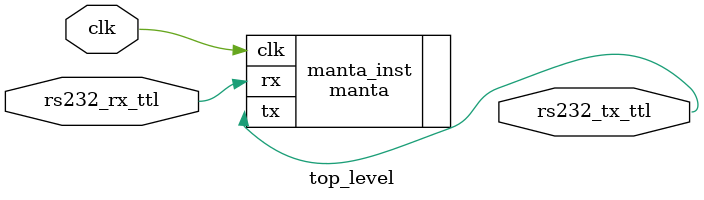
<source format=sv>
`default_nettype none
`timescale 1ns / 1ps

`include "manta.v"

module top_level (
	input wire clk,

	input wire rs232_rx_ttl,
	output logic rs232_tx_ttl
	);

    manta manta_inst (
        .clk(clk),

        .rx(rs232_rx_ttl),
        .tx(rs232_tx_ttl));
endmodule

`default_nettype wire
</source>
